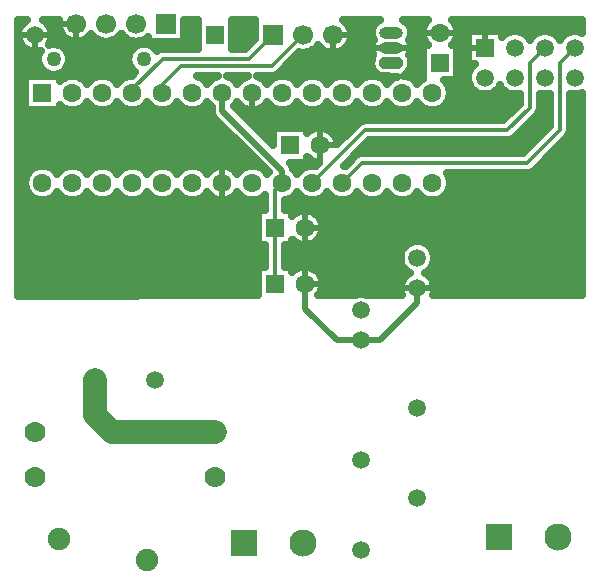
<source format=gbr>
G04 DipTrace 3.0.0.2*
G04 Top.gbr*
%MOMM*%
G04 #@! TF.FileFunction,Copper,L1,Top*
G04 #@! TF.Part,Single*
%AMOUTLINE0*
4,1,8,
0.75,-0.5,
1.0,-0.25,
1.0,0.25,
0.75,0.5,
-0.75,0.5,
-1.0,0.25,
-1.0,-0.25,
-0.75,-0.5,
0.75,-0.5,
0*%
G04 #@! TA.AperFunction,CopperBalancing*
%ADD13C,0.5*%
G04 #@! TA.AperFunction,Conductor*
%ADD14C,0.33*%
%ADD16C,2.0*%
G04 #@! TA.AperFunction,CopperBalancing*
%ADD17C,0.635*%
G04 #@! TA.AperFunction,ComponentPad*
%ADD18R,1.6X1.6*%
%ADD19C,1.6*%
%ADD20R,1.5X1.5*%
%ADD21C,1.5*%
%ADD22C,2.3*%
%ADD23R,2.3X2.3*%
%ADD24R,1.7X1.7*%
%ADD25C,1.7*%
%ADD26C,1.27*%
%ADD27C,1.27*%
%ADD28C,1.778*%
%ADD29C,1.778*%
%ADD30O,2.0X1.0*%
%ADD31C,1.9*%
%ADD67OUTLINE0*%
%FSLAX35Y35*%
G04*
G71*
G90*
G75*
G01*
G04 Top*
%LPD*%
X4016642Y3142773D2*
D13*
X3810315D1*
X3541058Y3412030D1*
Y3621850D1*
X4016642Y3142773D2*
X4175982D1*
X4493208Y3460000D1*
Y3587000D1*
X3524595Y5730153D2*
D14*
X3257792Y5463350D1*
X2493308D1*
X2334558Y5304600D1*
Y5238350D1*
X2334208Y5238000D1*
X2080208D2*
Y5269940D1*
X2337118Y5526850D1*
X3067292D1*
X3270595Y5730153D1*
X2778682Y2365007D2*
D16*
X1905488D1*
X1762522Y2507973D1*
Y2809153D1*
X5827058Y5622100D2*
D14*
X5700058Y5495100D1*
Y4923600D1*
X5421858Y4645400D1*
X4027608D1*
X3858208Y4476000D1*
X3604208D2*
X4051808Y4923600D1*
X5255558D1*
X5446058Y5114100D1*
Y5495100D1*
X5573058Y5622100D1*
X3350208Y4476000D2*
X3287058Y4412850D1*
Y3971100D1*
Y3621850D1*
X3350208Y4476000D2*
D13*
Y4579923D1*
X2842208Y5087923D1*
Y5238000D1*
X3287058Y4098100D2*
D14*
Y3971100D1*
X1387995Y5793957D2*
D17*
X1448469D1*
X2524422D2*
X2629916D1*
X2927126D2*
X3111995D1*
X3923282D2*
X4106539D1*
X4435995D2*
X4537396D1*
X4830761D2*
X5883919D1*
X1403126Y5730790D2*
X1478110D1*
X2524422D2*
X2629916D1*
X2927126D2*
X3111995D1*
X3937173D2*
X4099098D1*
X4443560D2*
X4531567D1*
X4836590D2*
X4916412D1*
X5417268D2*
X5474889D1*
X5671268D2*
X5728889D1*
X1388739Y5667623D2*
X2629916D1*
X2927126D2*
X3083222D1*
X3923778D2*
X4106911D1*
X4435747D2*
X4555008D1*
X4813150D2*
X4916412D1*
X1118182Y5604457D2*
X1181446D1*
X1522684D2*
X2066105D1*
X3616944D2*
X3686223D1*
X3870944D2*
X4098973D1*
X4443560D2*
X4530451D1*
X4837707D2*
X4916412D1*
X1118182Y5541290D2*
X1277440D1*
X1549349D2*
X2039440D1*
X3460550D2*
X4101082D1*
X4441452D2*
X4530451D1*
X4837707D2*
X4916412D1*
X1118182Y5478123D2*
X1284510D1*
X1542280D2*
X2046510D1*
X3397423D2*
X4097733D1*
X4444924D2*
X4530451D1*
X4837707D2*
X4968502D1*
X1118182Y5414957D2*
X1334491D1*
X1492298D2*
X2096491D1*
X3334171D2*
X4125018D1*
X4417639D2*
X4530451D1*
X4837707D2*
X4924349D1*
X1118182Y5351790D2*
X1164579D1*
X1672132D2*
X1726281D1*
X1926132D2*
X1980281D1*
X2688132D2*
X2742281D1*
X2942132D2*
X2996281D1*
X3196132D2*
X3250281D1*
X3450132D2*
X3504281D1*
X3704132D2*
X3758281D1*
X3958132D2*
X4012281D1*
X4212132D2*
X4266281D1*
X4466132D2*
X4520281D1*
X4837707D2*
X4917404D1*
X1118182Y5288623D2*
X1164579D1*
X4764905D2*
X4940721D1*
X1118182Y5225457D2*
X1164579D1*
X4773339D2*
X5355951D1*
X5536207D2*
X5609951D1*
X5790207D2*
X5883919D1*
X1118182Y5162290D2*
X1164579D1*
X4752875D2*
X5355951D1*
X5536207D2*
X5609951D1*
X5790207D2*
X5883919D1*
X1118182Y5099123D2*
X1164579D1*
X1471835D2*
X1516731D1*
X1627608D2*
X1770806D1*
X1881608D2*
X2024806D1*
X2135608D2*
X2278806D1*
X2389608D2*
X2532806D1*
X2643608D2*
X2743645D1*
X2967805D2*
X3040806D1*
X3151608D2*
X3294806D1*
X3405608D2*
X3548806D1*
X3659608D2*
X3802806D1*
X3913608D2*
X4056806D1*
X4167608D2*
X4310806D1*
X4421608D2*
X4564806D1*
X4675608D2*
X5306342D1*
X5534842D2*
X5609951D1*
X5790207D2*
X5883919D1*
X1118182Y5035957D2*
X2759644D1*
X3031057D2*
X5243090D1*
X5492674D2*
X5609951D1*
X5790207D2*
X5884043D1*
X1118182Y4972790D2*
X2820540D1*
X3094185D2*
X3976190D1*
X5429547D2*
X5609951D1*
X5790207D2*
X5884043D1*
X1118182Y4909623D2*
X2883668D1*
X3157313D2*
X3260451D1*
X3768873D2*
X3913062D1*
X5366419D2*
X5561334D1*
X5788966D2*
X5884043D1*
X1118182Y4846457D2*
X2946796D1*
X3220441D2*
X3260381D1*
X3813025D2*
X3849810D1*
X5294485D2*
X5498082D1*
X5747667D2*
X5884043D1*
X1118182Y4783290D2*
X3010048D1*
X4036267D2*
X5434954D1*
X5684539D2*
X5884043D1*
X1118182Y4720123D2*
X3073176D1*
X5621411D2*
X5884043D1*
X1118182Y4656957D2*
X3136304D1*
X3567707D2*
X3614910D1*
X5558159D2*
X5884043D1*
X1118182Y4593790D2*
X1223490D1*
X1413048D2*
X1477490D1*
X1667048D2*
X1731490D1*
X1921048D2*
X1985490D1*
X2175048D2*
X2239490D1*
X2429048D2*
X2493490D1*
X2683048D2*
X2747490D1*
X2937048D2*
X3001490D1*
X3447776D2*
X3509490D1*
X5495031D2*
X5884043D1*
X1118182Y4530623D2*
X1175121D1*
X4763293D2*
X5884043D1*
X1118182Y4467457D2*
X1164827D1*
X4773587D2*
X5884043D1*
X1118182Y4404290D2*
X1183182D1*
X4755231D2*
X5884043D1*
X1118182Y4341123D2*
X1252636D1*
X1383778D2*
X1506636D1*
X1637778D2*
X1760636D1*
X1891778D2*
X2014636D1*
X2145778D2*
X2268636D1*
X2399778D2*
X2522636D1*
X2653778D2*
X2776636D1*
X2907778D2*
X3030636D1*
X3161778D2*
X3197028D1*
X3415778D2*
X3538636D1*
X3669778D2*
X3792636D1*
X3923778D2*
X4046636D1*
X4177778D2*
X4300636D1*
X4431778D2*
X4554636D1*
X4685778D2*
X5884043D1*
X1118182Y4277957D2*
X3196951D1*
X3377207D2*
X5884043D1*
X1118182Y4214790D2*
X3133451D1*
X3637284D2*
X5884043D1*
X1118182Y4151623D2*
X3133451D1*
X3684661D2*
X5884167D1*
X1118182Y4088457D2*
X3133451D1*
X3694335D2*
X5884167D1*
X1118182Y4025290D2*
X3133451D1*
X3675483D2*
X5884167D1*
X1118182Y3962123D2*
X3133451D1*
X3440707D2*
X3478129D1*
X3604046D2*
X4412133D1*
X4574281D2*
X5884167D1*
X1118182Y3898957D2*
X3196951D1*
X3377207D2*
X4356942D1*
X4629471D2*
X5884167D1*
X1118182Y3835790D2*
X3196951D1*
X3377207D2*
X4344664D1*
X4641750D2*
X5884167D1*
X1118182Y3772623D2*
X3196951D1*
X3377207D2*
X4362027D1*
X4624386D2*
X5884167D1*
X1118182Y3709457D2*
X3133451D1*
X3665809D2*
X4414365D1*
X4572048D2*
X5884167D1*
X1118182Y3646290D2*
X3133451D1*
X3692598D2*
X4357562D1*
X4628851D2*
X5884167D1*
X1118182Y3583123D2*
X3133451D1*
X3689498D2*
X4344664D1*
X4641750D2*
X5884167D1*
X3171518Y3769140D2*
X3203393D1*
X3203268Y3950884D1*
X3139769Y3950810D1*
Y4245390D1*
X3203393D1*
X3203268Y4374796D1*
X3182783Y4356840D1*
X3163077Y4344764D1*
X3141724Y4335919D1*
X3119250Y4330523D1*
X3096208Y4328710D1*
X3073167Y4330523D1*
X3050693Y4335919D1*
X3029340Y4344764D1*
X3009634Y4356840D1*
X2992059Y4371850D1*
X2977048Y4389425D1*
X2969277Y4401446D1*
X2955824Y4382268D1*
X2942786Y4368397D1*
X2928068Y4356323D1*
X2911915Y4346249D1*
X2894598Y4338342D1*
X2876406Y4332735D1*
X2857643Y4329521D1*
X2838621Y4328754D1*
X2819660Y4330446D1*
X2801075Y4334570D1*
X2783178Y4341057D1*
X2766266Y4349797D1*
X2750623Y4360646D1*
X2736510Y4373422D1*
X2724163Y4387911D1*
X2715238Y4401416D1*
X2700209Y4380343D1*
X2683866Y4364000D1*
X2665167Y4350415D1*
X2644574Y4339922D1*
X2622593Y4332780D1*
X2599765Y4329164D1*
X2576652D1*
X2553824Y4332780D1*
X2531843Y4339922D1*
X2511250Y4350415D1*
X2492551Y4364000D1*
X2476208Y4380343D1*
X2461277Y4401446D1*
X2446209Y4380343D1*
X2429866Y4364000D1*
X2411167Y4350415D1*
X2390574Y4339922D1*
X2368593Y4332780D1*
X2345765Y4329164D1*
X2322652D1*
X2299824Y4332780D1*
X2277843Y4339922D1*
X2257250Y4350415D1*
X2238551Y4364000D1*
X2222208Y4380343D1*
X2207277Y4401446D1*
X2192209Y4380343D1*
X2175866Y4364000D1*
X2157167Y4350415D1*
X2136574Y4339922D1*
X2114593Y4332780D1*
X2091765Y4329164D1*
X2068652D1*
X2045824Y4332780D1*
X2023843Y4339922D1*
X2003250Y4350415D1*
X1984551Y4364000D1*
X1968208Y4380343D1*
X1953277Y4401446D1*
X1938209Y4380343D1*
X1921866Y4364000D1*
X1903167Y4350415D1*
X1882574Y4339922D1*
X1860593Y4332780D1*
X1837765Y4329164D1*
X1814652D1*
X1791824Y4332780D1*
X1769843Y4339922D1*
X1749250Y4350415D1*
X1730551Y4364000D1*
X1714208Y4380343D1*
X1699277Y4401446D1*
X1684209Y4380343D1*
X1667866Y4364000D1*
X1649167Y4350415D1*
X1628574Y4339922D1*
X1606593Y4332780D1*
X1583765Y4329164D1*
X1560652D1*
X1537824Y4332780D1*
X1515843Y4339922D1*
X1495250Y4350415D1*
X1476551Y4364000D1*
X1460208Y4380343D1*
X1445277Y4401446D1*
X1430209Y4380343D1*
X1413866Y4364000D1*
X1395167Y4350415D1*
X1374574Y4339922D1*
X1352593Y4332780D1*
X1329765Y4329164D1*
X1306652D1*
X1283824Y4332780D1*
X1261843Y4339922D1*
X1241250Y4350415D1*
X1222551Y4364000D1*
X1206208Y4380343D1*
X1192623Y4399041D1*
X1182130Y4419635D1*
X1174988Y4441616D1*
X1171372Y4464444D1*
Y4487556D1*
X1174988Y4510384D1*
X1182130Y4532365D1*
X1192623Y4552959D1*
X1206208Y4571657D1*
X1222551Y4588000D1*
X1241250Y4601585D1*
X1261843Y4612078D1*
X1283824Y4619220D1*
X1306652Y4622836D1*
X1329765D1*
X1352593Y4619220D1*
X1374574Y4612078D1*
X1395167Y4601585D1*
X1413866Y4588000D1*
X1430209Y4571657D1*
X1445140Y4550554D1*
X1460208Y4571657D1*
X1476551Y4588000D1*
X1495250Y4601585D1*
X1515843Y4612078D1*
X1537824Y4619220D1*
X1560652Y4622836D1*
X1583765D1*
X1606593Y4619220D1*
X1628574Y4612078D1*
X1649167Y4601585D1*
X1667866Y4588000D1*
X1684209Y4571657D1*
X1699140Y4550554D1*
X1714208Y4571657D1*
X1730551Y4588000D1*
X1749250Y4601585D1*
X1769843Y4612078D1*
X1791824Y4619220D1*
X1814652Y4622836D1*
X1837765D1*
X1860593Y4619220D1*
X1882574Y4612078D1*
X1903167Y4601585D1*
X1921866Y4588000D1*
X1938209Y4571657D1*
X1953140Y4550554D1*
X1968208Y4571657D1*
X1984551Y4588000D1*
X2003250Y4601585D1*
X2023843Y4612078D1*
X2045824Y4619220D1*
X2068652Y4622836D1*
X2091765D1*
X2114593Y4619220D1*
X2136574Y4612078D1*
X2157167Y4601585D1*
X2175866Y4588000D1*
X2192209Y4571657D1*
X2207140Y4550554D1*
X2222208Y4571657D1*
X2238551Y4588000D1*
X2257250Y4601585D1*
X2277843Y4612078D1*
X2299824Y4619220D1*
X2322652Y4622836D1*
X2345765D1*
X2368593Y4619220D1*
X2390574Y4612078D1*
X2411167Y4601585D1*
X2429866Y4588000D1*
X2446209Y4571657D1*
X2461140Y4550554D1*
X2476208Y4571657D1*
X2492551Y4588000D1*
X2511250Y4601585D1*
X2531843Y4612078D1*
X2553824Y4619220D1*
X2576652Y4622836D1*
X2599765D1*
X2622593Y4619220D1*
X2644574Y4612078D1*
X2665167Y4601585D1*
X2683866Y4588000D1*
X2700209Y4571657D1*
X2715140Y4550554D1*
X2729119Y4570367D1*
X2742235Y4584165D1*
X2757021Y4596156D1*
X2773229Y4606139D1*
X2790590Y4613949D1*
X2808814Y4619454D1*
X2827595Y4622563D1*
X2846620Y4623224D1*
X2865572Y4621425D1*
X2884133Y4617197D1*
X2901994Y4610611D1*
X2918856Y4601776D1*
X2934438Y4590839D1*
X2948479Y4577985D1*
X2960745Y4563426D1*
X2969195Y4550558D1*
X2984208Y4571657D1*
X3000551Y4588000D1*
X3019250Y4601585D1*
X3039843Y4612078D1*
X3061824Y4619220D1*
X3084652Y4622836D1*
X3107765D1*
X3130593Y4619220D1*
X3152574Y4612078D1*
X3173167Y4601585D1*
X3191866Y4588000D1*
X3208209Y4571657D1*
X3223140Y4550554D1*
X3233705Y4565945D1*
X2772031Y5027986D1*
X2763518Y5039702D1*
X2756944Y5052605D1*
X2752468Y5066379D1*
X2750203Y5080682D1*
X2749918Y5123270D1*
X2738059Y5133850D1*
X2723048Y5151425D1*
X2715277Y5163446D1*
X2700209Y5142343D1*
X2683866Y5126000D1*
X2665167Y5112415D1*
X2644574Y5101922D1*
X2622593Y5094780D1*
X2599765Y5091164D1*
X2576652D1*
X2553824Y5094780D1*
X2531843Y5101922D1*
X2511250Y5112415D1*
X2492551Y5126000D1*
X2476208Y5142343D1*
X2461277Y5163446D1*
X2446209Y5142343D1*
X2429866Y5126000D1*
X2411167Y5112415D1*
X2390574Y5101922D1*
X2368593Y5094780D1*
X2345765Y5091164D1*
X2322652D1*
X2299824Y5094780D1*
X2277843Y5101922D1*
X2257250Y5112415D1*
X2238551Y5126000D1*
X2222208Y5142343D1*
X2207277Y5163446D1*
X2192209Y5142343D1*
X2175866Y5126000D1*
X2157167Y5112415D1*
X2136574Y5101922D1*
X2114593Y5094780D1*
X2091765Y5091164D1*
X2068652D1*
X2045824Y5094780D1*
X2023843Y5101922D1*
X2003250Y5112415D1*
X1984551Y5126000D1*
X1968208Y5142343D1*
X1953277Y5163446D1*
X1938209Y5142343D1*
X1921866Y5126000D1*
X1903167Y5112415D1*
X1882574Y5101922D1*
X1860593Y5094780D1*
X1837765Y5091164D1*
X1814652D1*
X1791824Y5094780D1*
X1769843Y5101922D1*
X1749250Y5112415D1*
X1730551Y5126000D1*
X1714208Y5142343D1*
X1699277Y5163446D1*
X1684209Y5142343D1*
X1667866Y5126000D1*
X1649167Y5112415D1*
X1628574Y5101922D1*
X1606593Y5094780D1*
X1583765Y5091164D1*
X1560652D1*
X1537824Y5094780D1*
X1515843Y5101922D1*
X1495250Y5112415D1*
X1476551Y5126000D1*
X1465513Y5136604D1*
X1465499Y5090710D1*
X1170919D1*
Y5385290D1*
X1465499D1*
Y5339525D1*
X1485634Y5357160D1*
X1505340Y5369236D1*
X1526693Y5378081D1*
X1549167Y5383477D1*
X1572208Y5385290D1*
X1595250Y5383477D1*
X1617724Y5378081D1*
X1639077Y5369236D1*
X1658783Y5357160D1*
X1676358Y5342150D1*
X1691369Y5324575D1*
X1699140Y5312554D1*
X1714208Y5333657D1*
X1730551Y5350000D1*
X1749250Y5363585D1*
X1769843Y5374078D1*
X1791824Y5381220D1*
X1814652Y5384836D1*
X1837765D1*
X1860593Y5381220D1*
X1882574Y5374078D1*
X1903167Y5363585D1*
X1921866Y5350000D1*
X1938209Y5333657D1*
X1953140Y5312554D1*
X1968208Y5333657D1*
X1984551Y5350000D1*
X2003250Y5363585D1*
X2023843Y5374078D1*
X2045824Y5381220D1*
X2068652Y5384836D1*
X2077003Y5385164D1*
X2105237Y5413466D1*
X2090474Y5424347D1*
X2075962Y5438859D1*
X2063898Y5455462D1*
X2054581Y5473749D1*
X2048239Y5493268D1*
X2045028Y5513538D1*
Y5534062D1*
X2048239Y5554332D1*
X2054581Y5573851D1*
X2063898Y5592138D1*
X2075962Y5608741D1*
X2090474Y5623253D1*
X2107078Y5635317D1*
X2125364Y5644634D1*
X2144883Y5650976D1*
X2165153Y5654187D1*
X2185677D1*
X2205947Y5650976D1*
X2225466Y5644634D1*
X2243753Y5635317D1*
X2260356Y5623253D1*
X2274869Y5608741D1*
X2286152Y5593305D1*
X2299079Y5601508D1*
X2317558Y5608325D1*
X2337118Y5610640D1*
X2337966Y5610607D1*
X2636139Y5610640D1*
X2636232Y5857273D1*
X2518135Y5857123D1*
X2518105Y5673103D1*
X2213525D1*
Y5712170D1*
X2201329Y5702188D1*
X2180953Y5689702D1*
X2158875Y5680557D1*
X2135639Y5674978D1*
X2111815Y5673103D1*
X2087992Y5674978D1*
X2064755Y5680557D1*
X2042677Y5689702D1*
X2022301Y5702188D1*
X2004130Y5717708D1*
X1988610Y5735880D1*
X1984899Y5741433D1*
X1973617Y5726489D1*
X1956720Y5709591D1*
X1937386Y5695545D1*
X1916094Y5684696D1*
X1893367Y5677311D1*
X1869764Y5673573D1*
X1845867D1*
X1822264Y5677311D1*
X1799536Y5684696D1*
X1778244Y5695545D1*
X1758911Y5709591D1*
X1742013Y5726489D1*
X1730899Y5741433D1*
X1715188Y5721526D1*
X1701359Y5708442D1*
X1686005Y5697186D1*
X1669367Y5687934D1*
X1651705Y5680829D1*
X1633294Y5675984D1*
X1614423Y5673473D1*
X1595386Y5673337D1*
X1576481Y5675577D1*
X1558002Y5680158D1*
X1540240Y5687008D1*
X1523471Y5696021D1*
X1507958Y5707056D1*
X1493943Y5719940D1*
X1481645Y5734472D1*
X1471255Y5750425D1*
X1462938Y5767550D1*
X1456822Y5785578D1*
X1453003Y5804229D1*
X1451541Y5823210D1*
X1452458Y5842226D1*
X1454910Y5857174D1*
X1318829Y5857123D1*
X1339824Y5844039D1*
X1354262Y5831634D1*
X1366916Y5817412D1*
X1377557Y5801629D1*
X1385997Y5784566D1*
X1392083Y5766529D1*
X1395708Y5747842D1*
X1396670Y5723805D1*
X1394551Y5704888D1*
X1389925Y5686423D1*
X1382876Y5668740D1*
X1373530Y5652157D1*
X1370143Y5647232D1*
X1392955Y5652980D1*
X1413415Y5654590D1*
X1433875Y5652980D1*
X1453831Y5648189D1*
X1472793Y5640335D1*
X1490292Y5629611D1*
X1505898Y5616282D1*
X1519226Y5600676D1*
X1529950Y5583177D1*
X1537804Y5564216D1*
X1542595Y5544260D1*
X1544205Y5523800D1*
X1542595Y5503340D1*
X1537804Y5483384D1*
X1529950Y5464423D1*
X1519226Y5446924D1*
X1505898Y5431318D1*
X1490292Y5417989D1*
X1472793Y5407265D1*
X1453831Y5399411D1*
X1433875Y5394620D1*
X1413415Y5393010D1*
X1392955Y5394620D1*
X1372999Y5399411D1*
X1354038Y5407265D1*
X1336539Y5417989D1*
X1320933Y5431318D1*
X1307604Y5446924D1*
X1296880Y5464423D1*
X1289026Y5483384D1*
X1284235Y5503340D1*
X1282625Y5523800D1*
X1284235Y5544260D1*
X1289026Y5564216D1*
X1296880Y5583177D1*
X1305308Y5597241D1*
X1287235Y5591675D1*
X1268458Y5588547D1*
X1249431Y5587954D1*
X1230496Y5589906D1*
X1211991Y5594368D1*
X1194246Y5601261D1*
X1177581Y5610460D1*
X1162293Y5621801D1*
X1148655Y5635082D1*
X1136912Y5650064D1*
X1127274Y5666479D1*
X1119913Y5684034D1*
X1114962Y5702415D1*
X1112508Y5721292D1*
X1112596Y5740327D1*
X1115224Y5759181D1*
X1120345Y5777515D1*
X1127868Y5795001D1*
X1137657Y5811327D1*
X1149538Y5826200D1*
X1163298Y5839354D1*
X1178691Y5850553D1*
X1190372Y5857146D1*
X1111832Y5857123D1*
X1111811Y3523520D1*
X3139718Y3524819D1*
X3139768Y3769140D1*
X3171518D1*
X3370824D2*
X3434348D1*
Y3723375D1*
X3450771Y3738222D1*
X3466535Y3748895D1*
X3483543Y3757446D1*
X3501512Y3763732D1*
X3520142Y3767647D1*
X3539121Y3769127D1*
X3558132Y3768147D1*
X3576858Y3764723D1*
X3594987Y3758912D1*
X3612214Y3750812D1*
X3628253Y3740558D1*
X3642835Y3728320D1*
X3655717Y3714304D1*
X3666684Y3698744D1*
X3675552Y3681899D1*
X3682173Y3664051D1*
X3686438Y3645498D1*
X3688348Y3621850D1*
X3687118Y3602853D1*
X3683448Y3584173D1*
X3677399Y3566123D1*
X3669073Y3549004D1*
X3658609Y3533101D1*
X3652100Y3525130D1*
X3955792Y3525341D1*
X3972672Y3532099D1*
X3994383Y3537312D1*
X4016642Y3539063D1*
X4038901Y3537312D1*
X4060612Y3532099D1*
X4077237Y3525400D1*
X4364822Y3525603D1*
X4356676Y3546932D1*
X4352550Y3565515D1*
X4350941Y3584483D1*
X4351878Y3603496D1*
X4355344Y3622213D1*
X4361278Y3640300D1*
X4369574Y3657434D1*
X4380082Y3673306D1*
X4392614Y3687634D1*
X4406947Y3700161D1*
X4422824Y3710663D1*
X4428610Y3714219D1*
X4409572Y3725885D1*
X4392594Y3740386D1*
X4378093Y3757364D1*
X4366427Y3776402D1*
X4357883Y3797030D1*
X4352670Y3818741D1*
X4350918Y3841000D1*
X4352670Y3863259D1*
X4357883Y3884970D1*
X4366427Y3905598D1*
X4378093Y3924636D1*
X4392594Y3941614D1*
X4409572Y3956115D1*
X4428610Y3967781D1*
X4449238Y3976326D1*
X4470949Y3981538D1*
X4493208Y3983290D1*
X4515468Y3981538D1*
X4537178Y3976326D1*
X4557807Y3967781D1*
X4576844Y3956115D1*
X4593823Y3941614D1*
X4608323Y3924636D1*
X4619990Y3905598D1*
X4628534Y3884970D1*
X4633747Y3863259D1*
X4635498Y3841000D1*
X4633747Y3818741D1*
X4628534Y3797030D1*
X4619990Y3776402D1*
X4608323Y3757364D1*
X4593823Y3740386D1*
X4576844Y3725885D1*
X4557371Y3714018D1*
X4573345Y3704578D1*
X4588323Y3692829D1*
X4601598Y3679186D1*
X4612933Y3663893D1*
X4622125Y3647224D1*
X4629010Y3629477D1*
X4633465Y3610970D1*
X4635498Y3587000D1*
X4634225Y3568007D1*
X4630428Y3549354D1*
X4624175Y3531374D1*
X4621634Y3525745D1*
X5890554Y3526595D1*
X5890303Y5240723D1*
X5871028Y5232774D1*
X5849318Y5227562D1*
X5827058Y5225810D1*
X5804799Y5227562D1*
X5783802Y5232573D1*
X5783590Y4917026D1*
X5779748Y4897707D1*
X5771501Y4879820D1*
X5759307Y4864351D1*
X5758684Y4863776D1*
X5476276Y4581685D1*
X5459898Y4570742D1*
X5441419Y4563925D1*
X5421858Y4561610D1*
X5421011Y4561643D1*
X4740102Y4561610D1*
X4751445Y4542868D1*
X4760290Y4521515D1*
X4765685Y4499041D1*
X4767498Y4476000D1*
X4765685Y4452959D1*
X4760290Y4430485D1*
X4751445Y4409132D1*
X4739369Y4389425D1*
X4724358Y4371850D1*
X4706783Y4356840D1*
X4687077Y4344764D1*
X4665724Y4335919D1*
X4643250Y4330523D1*
X4620208Y4328710D1*
X4597167Y4330523D1*
X4574693Y4335919D1*
X4553340Y4344764D1*
X4533634Y4356840D1*
X4516059Y4371850D1*
X4501048Y4389425D1*
X4493277Y4401446D1*
X4478209Y4380343D1*
X4461866Y4364000D1*
X4443167Y4350415D1*
X4422574Y4339922D1*
X4400593Y4332780D1*
X4377765Y4329164D1*
X4354652D1*
X4331824Y4332780D1*
X4309843Y4339922D1*
X4289250Y4350415D1*
X4270551Y4364000D1*
X4254208Y4380343D1*
X4239277Y4401446D1*
X4224209Y4380343D1*
X4207866Y4364000D1*
X4189167Y4350415D1*
X4168574Y4339922D1*
X4146593Y4332780D1*
X4123765Y4329164D1*
X4100652D1*
X4077824Y4332780D1*
X4055843Y4339922D1*
X4035250Y4350415D1*
X4016551Y4364000D1*
X4000208Y4380343D1*
X3985277Y4401446D1*
X3970209Y4380343D1*
X3953866Y4364000D1*
X3935167Y4350415D1*
X3914574Y4339922D1*
X3892593Y4332780D1*
X3869765Y4329164D1*
X3846652D1*
X3823824Y4332780D1*
X3801843Y4339922D1*
X3781250Y4350415D1*
X3762551Y4364000D1*
X3746208Y4380343D1*
X3731277Y4401446D1*
X3716209Y4380343D1*
X3699866Y4364000D1*
X3681167Y4350415D1*
X3660574Y4339922D1*
X3638593Y4332780D1*
X3615765Y4329164D1*
X3592652D1*
X3569824Y4332780D1*
X3547843Y4339922D1*
X3527250Y4350415D1*
X3508551Y4364000D1*
X3492208Y4380343D1*
X3477277Y4401446D1*
X3462209Y4380343D1*
X3445866Y4364000D1*
X3427167Y4350415D1*
X3406574Y4339922D1*
X3384593Y4332780D1*
X3370782Y4330231D1*
X3370849Y4245294D1*
X3434349Y4245390D1*
Y4199625D1*
X3450771Y4214472D1*
X3466535Y4225145D1*
X3483543Y4233696D1*
X3501512Y4239982D1*
X3520142Y4243897D1*
X3539121Y4245377D1*
X3558132Y4244397D1*
X3576858Y4240973D1*
X3594987Y4235162D1*
X3612214Y4227062D1*
X3628253Y4216808D1*
X3642835Y4204570D1*
X3655717Y4190554D1*
X3666684Y4174994D1*
X3675552Y4158149D1*
X3682173Y4140301D1*
X3686438Y4121748D1*
X3688348Y4098100D1*
X3687118Y4079103D1*
X3683448Y4060423D1*
X3677399Y4042373D1*
X3669073Y4025254D1*
X3658609Y4009351D1*
X3646180Y3994932D1*
X3631996Y3982235D1*
X3616293Y3971474D1*
X3599332Y3962828D1*
X3581399Y3956442D1*
X3562791Y3952422D1*
X3543821Y3950836D1*
X3524804Y3951710D1*
X3506059Y3955029D1*
X3487899Y3960738D1*
X3470626Y3968741D1*
X3454530Y3978906D1*
X3439880Y3991062D1*
X3434364Y3996594D1*
X3434349Y3950810D1*
X3370725D1*
X3370848Y3769066D1*
X3659343Y4649589D2*
X3639258Y4652153D1*
X3620868Y4657074D1*
X3603267Y4664326D1*
X3586748Y4673788D1*
X3571587Y4685300D1*
X3561364Y4695094D1*
X3561349Y4649310D1*
X3411404D1*
X3424873Y4634170D1*
X3432439Y4621822D1*
X3437981Y4608443D1*
X3441479Y4593377D1*
X3462209Y4571657D1*
X3477140Y4550554D1*
X3492208Y4571657D1*
X3508551Y4588000D1*
X3527250Y4601585D1*
X3547843Y4612078D1*
X3569824Y4619220D1*
X3592652Y4622836D1*
X3615765D1*
X3630573Y4620816D1*
X3659230Y4649519D1*
X3561346Y4898072D2*
X3577771Y4912972D1*
X3593535Y4923645D1*
X3610543Y4932196D1*
X3628512Y4938482D1*
X3647142Y4942397D1*
X3666121Y4943877D1*
X3685132Y4942897D1*
X3703858Y4939473D1*
X3721987Y4933662D1*
X3739214Y4925562D1*
X3755253Y4915308D1*
X3769835Y4903070D1*
X3782717Y4889054D1*
X3793684Y4873494D1*
X3802552Y4856649D1*
X3809173Y4838801D1*
X3813438Y4820248D1*
X3815060Y4805287D1*
X3997391Y4987315D1*
X4013768Y4998258D1*
X4032248Y5005075D1*
X4051808Y5007390D1*
X4052656Y5007357D1*
X5220977Y5007390D1*
X5362322Y5148861D1*
X5362268Y5232542D1*
X5341318Y5227562D1*
X5319058Y5225810D1*
X5296799Y5227562D1*
X5275088Y5232774D1*
X5254460Y5241319D1*
X5235422Y5252985D1*
X5218444Y5267486D1*
X5203943Y5284464D1*
X5192076Y5303938D1*
X5180173Y5284464D1*
X5165673Y5267486D1*
X5148694Y5252985D1*
X5129657Y5241319D1*
X5109028Y5232774D1*
X5087318Y5227562D1*
X5065058Y5225810D1*
X5042799Y5227562D1*
X5021088Y5232774D1*
X5000460Y5241319D1*
X4981422Y5252985D1*
X4964444Y5267486D1*
X4949943Y5284464D1*
X4938277Y5303502D1*
X4929733Y5324130D1*
X4924520Y5345841D1*
X4922768Y5368100D1*
X4924520Y5390359D1*
X4929733Y5412070D1*
X4938277Y5432698D1*
X4949943Y5451736D1*
X4964444Y5468714D1*
X4977070Y5479784D1*
X4922769Y5479810D1*
Y5764390D1*
X5207349D1*
Y5710241D1*
X5218444Y5722714D1*
X5235422Y5737215D1*
X5254460Y5748881D1*
X5275088Y5757426D1*
X5296799Y5762638D1*
X5319058Y5764390D1*
X5341318Y5762638D1*
X5363028Y5757426D1*
X5383657Y5748881D1*
X5402694Y5737215D1*
X5419673Y5722714D1*
X5434173Y5705736D1*
X5446041Y5686262D1*
X5457943Y5705736D1*
X5472444Y5722714D1*
X5489422Y5737215D1*
X5508460Y5748881D1*
X5529088Y5757426D1*
X5550799Y5762638D1*
X5573058Y5764390D1*
X5595318Y5762638D1*
X5617028Y5757426D1*
X5637657Y5748881D1*
X5656694Y5737215D1*
X5673673Y5722714D1*
X5688173Y5705736D1*
X5700041Y5686262D1*
X5711943Y5705736D1*
X5726444Y5722714D1*
X5743422Y5737215D1*
X5762460Y5748881D1*
X5783088Y5757426D1*
X5804799Y5762638D1*
X5827058Y5764390D1*
X5849318Y5762638D1*
X5871028Y5757426D1*
X5890270Y5749521D1*
X5890208Y5857123D1*
X4784291D1*
X4798717Y5841554D1*
X4809684Y5825994D1*
X4818552Y5809149D1*
X4825173Y5791301D1*
X4829438Y5772748D1*
X4831348Y5749100D1*
X4830118Y5730103D1*
X4826448Y5711423D1*
X4820399Y5693373D1*
X4812073Y5676254D1*
X4801609Y5660351D1*
X4785541Y5642380D1*
X4831349Y5642390D1*
Y5347810D1*
X4718363D1*
X4732209Y5333657D1*
X4745794Y5314959D1*
X4756287Y5294365D1*
X4763429Y5272384D1*
X4767044Y5249556D1*
Y5226444D1*
X4763429Y5203616D1*
X4756287Y5181635D1*
X4745794Y5161041D1*
X4732209Y5142343D1*
X4715866Y5126000D1*
X4697167Y5112415D1*
X4676574Y5101922D1*
X4654593Y5094780D1*
X4631765Y5091164D1*
X4608652D1*
X4585824Y5094780D1*
X4563843Y5101922D1*
X4543250Y5112415D1*
X4524551Y5126000D1*
X4508208Y5142343D1*
X4493277Y5163446D1*
X4478209Y5142343D1*
X4461866Y5126000D1*
X4443167Y5112415D1*
X4422574Y5101922D1*
X4400593Y5094780D1*
X4377765Y5091164D1*
X4354652D1*
X4331824Y5094780D1*
X4309843Y5101922D1*
X4289250Y5112415D1*
X4270551Y5126000D1*
X4254208Y5142343D1*
X4239277Y5163446D1*
X4224209Y5142343D1*
X4207866Y5126000D1*
X4189167Y5112415D1*
X4168574Y5101922D1*
X4146593Y5094780D1*
X4123765Y5091164D1*
X4100652D1*
X4077824Y5094780D1*
X4055843Y5101922D1*
X4035250Y5112415D1*
X4016551Y5126000D1*
X4000208Y5142343D1*
X3985277Y5163446D1*
X3970209Y5142343D1*
X3953866Y5126000D1*
X3935167Y5112415D1*
X3914574Y5101922D1*
X3892593Y5094780D1*
X3869765Y5091164D1*
X3846652D1*
X3823824Y5094780D1*
X3801843Y5101922D1*
X3781250Y5112415D1*
X3762551Y5126000D1*
X3746208Y5142343D1*
X3731277Y5163446D1*
X3716209Y5142343D1*
X3699866Y5126000D1*
X3681167Y5112415D1*
X3660574Y5101922D1*
X3638593Y5094780D1*
X3615765Y5091164D1*
X3592652D1*
X3569824Y5094780D1*
X3547843Y5101922D1*
X3527250Y5112415D1*
X3508551Y5126000D1*
X3492208Y5142343D1*
X3477277Y5163446D1*
X3462209Y5142343D1*
X3445866Y5126000D1*
X3427167Y5112415D1*
X3406574Y5101922D1*
X3384593Y5094780D1*
X3361765Y5091164D1*
X3338652D1*
X3315824Y5094780D1*
X3293843Y5101922D1*
X3273250Y5112415D1*
X3254551Y5126000D1*
X3238208Y5142343D1*
X3223277Y5163446D1*
X3209824Y5144268D1*
X3196786Y5130397D1*
X3182068Y5118323D1*
X3165915Y5108249D1*
X3148598Y5100342D1*
X3130406Y5094735D1*
X3111643Y5091521D1*
X3092621Y5090754D1*
X3073660Y5092446D1*
X3055075Y5096570D1*
X3037178Y5103057D1*
X3020266Y5111797D1*
X3004623Y5122646D1*
X2990510Y5135422D1*
X2978163Y5149911D1*
X2969238Y5163416D1*
X2954209Y5142343D1*
X2936056Y5124573D1*
X3266765Y4793884D1*
X3266769Y4943890D1*
X3561349D1*
Y4898125D1*
X4568519Y5642390D2*
X4582533D1*
X4566013Y5661011D1*
X4555638Y5676972D1*
X4547407Y5694138D1*
X4541460Y5712221D1*
X4537895Y5730921D1*
X4536771Y5749925D1*
X4538107Y5768915D1*
X4541882Y5787573D1*
X4548032Y5805589D1*
X4556454Y5822662D1*
X4567007Y5838505D1*
X4579516Y5852856D1*
X4583960Y5857144D1*
X4367077Y5857123D1*
X4382592Y5849106D1*
X4397482Y5838288D1*
X4410496Y5825274D1*
X4421315Y5810384D1*
X4429670Y5793985D1*
X4435358Y5776481D1*
X4438237Y5758302D1*
Y5739898D1*
X4435358Y5721719D1*
X4429670Y5704215D1*
X4419896Y5685692D1*
X4430144Y5665823D1*
X4435782Y5647648D1*
X4438407Y5628801D1*
X4437912Y5609425D1*
X4434327Y5590736D1*
X4427768Y5572873D1*
X4422789Y5563363D1*
X4431264Y5550649D1*
X4436739Y5535809D1*
X4438599Y5520100D1*
X4437770Y5459573D1*
X4433477Y5444349D1*
X4425747Y5430548D1*
X4418890Y5422519D1*
X4385861Y5390661D1*
X4376389Y5384928D1*
X4400593Y5381220D1*
X4422574Y5374078D1*
X4443167Y5363585D1*
X4461866Y5350000D1*
X4478209Y5333657D1*
X4493140Y5312554D1*
X4508208Y5333657D1*
X4524551Y5350000D1*
X4536751Y5359243D1*
X4536769Y5642390D1*
X4568519D1*
X2920812Y5857188D2*
Y5610679D1*
X3032518Y5610640D1*
X3118279Y5696335D1*
X3118305Y5857040D1*
X2920715Y5857123D1*
X3651511Y5646193D2*
X3640397Y5631249D1*
X3623500Y5614351D1*
X3604166Y5600305D1*
X3582874Y5589456D1*
X3560147Y5582071D1*
X3536544Y5578333D1*
X3512647D1*
X3493946Y5581096D1*
X3312209Y5399636D1*
X3295832Y5388693D1*
X3277352Y5381875D1*
X3257792Y5379560D1*
X3256944Y5379593D1*
X3138133Y5379197D1*
X3155994Y5372611D1*
X3172856Y5363776D1*
X3188438Y5352839D1*
X3202479Y5339985D1*
X3214745Y5325426D1*
X3223195Y5312558D1*
X3238208Y5333657D1*
X3254551Y5350000D1*
X3273250Y5363585D1*
X3293843Y5374078D1*
X3315824Y5381220D1*
X3338652Y5384836D1*
X3361765D1*
X3384593Y5381220D1*
X3406574Y5374078D1*
X3427167Y5363585D1*
X3445866Y5350000D1*
X3462209Y5333657D1*
X3477140Y5312554D1*
X3492208Y5333657D1*
X3508551Y5350000D1*
X3527250Y5363585D1*
X3547843Y5374078D1*
X3569824Y5381220D1*
X3592652Y5384836D1*
X3615765D1*
X3638593Y5381220D1*
X3660574Y5374078D1*
X3681167Y5363585D1*
X3699866Y5350000D1*
X3716209Y5333657D1*
X3731140Y5312554D1*
X3746208Y5333657D1*
X3762551Y5350000D1*
X3781250Y5363585D1*
X3801843Y5374078D1*
X3823824Y5381220D1*
X3846652Y5384836D1*
X3869765D1*
X3892593Y5381220D1*
X3914574Y5374078D1*
X3935167Y5363585D1*
X3953866Y5350000D1*
X3970209Y5333657D1*
X3985140Y5312554D1*
X4000208Y5333657D1*
X4016551Y5350000D1*
X4035250Y5363585D1*
X4055843Y5374078D1*
X4077824Y5381220D1*
X4100652Y5384836D1*
X4123765D1*
X4146593Y5381220D1*
X4168574Y5374078D1*
X4189167Y5363585D1*
X4207866Y5350000D1*
X4224209Y5333657D1*
X4239140Y5312554D1*
X4254208Y5333657D1*
X4270551Y5350000D1*
X4289250Y5363585D1*
X4309843Y5374078D1*
X4320058Y5377847D1*
X4191029Y5378017D1*
X4175515Y5381103D1*
X4161149Y5387726D1*
X4148153Y5398140D1*
X4116869Y5430548D1*
X4109140Y5444349D1*
X4104847Y5459573D1*
X4104018Y5470100D1*
X4104847Y5530627D1*
X4109140Y5545851D1*
X4117521Y5560479D1*
X4116869Y5559652D1*
X4117752Y5567028D1*
X4110209Y5584498D1*
X4105591Y5602959D1*
X4104019Y5621923D1*
X4105534Y5640891D1*
X4110096Y5659365D1*
X4117585Y5676858D1*
X4122712Y5685550D1*
X4112947Y5704215D1*
X4107259Y5721719D1*
X4104380Y5739898D1*
Y5758302D1*
X4107259Y5776481D1*
X4112947Y5793985D1*
X4121302Y5810384D1*
X4132120Y5825274D1*
X4145135Y5838288D1*
X4160025Y5849106D1*
X4175737Y5857146D1*
X3862797Y5857123D1*
X3882389Y5841594D1*
X3895482Y5827773D1*
X3906748Y5812427D1*
X3916012Y5795796D1*
X3923128Y5778138D1*
X3927985Y5759730D1*
X3930508Y5740861D1*
X3930356Y5717468D1*
X3927587Y5698633D1*
X3922491Y5680290D1*
X3915145Y5662727D1*
X3905666Y5646217D1*
X3894201Y5631019D1*
X3880929Y5617370D1*
X3866058Y5605484D1*
X3849820Y5595546D1*
X3832470Y5587711D1*
X3814277Y5582102D1*
X3795527Y5578807D1*
X3776512Y5577878D1*
X3757529Y5579327D1*
X3738876Y5583134D1*
X3720844Y5589238D1*
X3703714Y5597545D1*
X3687754Y5607923D1*
X3673214Y5620212D1*
X3660321Y5634219D1*
X3651617Y5646129D1*
X5616314Y5232573D2*
X5595318Y5227562D1*
X5573058Y5225810D1*
X5550799Y5227562D1*
X5529802Y5232573D1*
X5529590Y5107526D1*
X5525748Y5088207D1*
X5517501Y5070320D1*
X5505307Y5054851D1*
X5504684Y5054276D1*
X5309976Y4859885D1*
X5293598Y4848942D1*
X5275119Y4842125D1*
X5255558Y4839810D1*
X5254711Y4839843D1*
X4086390Y4839810D1*
X3869765Y4622836D1*
X3884573Y4620816D1*
X3973191Y4709115D1*
X3989568Y4720058D1*
X4008048Y4726875D1*
X4027608Y4729190D1*
X4028456Y4729157D1*
X5387277Y4729190D1*
X5616320Y4958358D1*
X5616268Y5232542D1*
X2628375Y5379589D2*
X2644574Y5374078D1*
X2665167Y5363585D1*
X2683866Y5350000D1*
X2700209Y5333657D1*
X2715140Y5312554D1*
X2730208Y5333657D1*
X2746551Y5350000D1*
X2765250Y5363585D1*
X2785843Y5374078D1*
X2802041Y5379589D1*
X2628869Y5379560D1*
X2882375Y5379589D2*
X2898574Y5374078D1*
X2919167Y5363585D1*
X2937866Y5350000D1*
X2954209Y5333657D1*
X2969140Y5312554D1*
X2983119Y5332367D1*
X2996235Y5346165D1*
X3011021Y5358156D1*
X3027229Y5368139D1*
X3044590Y5375949D1*
X3055688Y5379588D1*
X2882869Y5379560D1*
X3541058Y3769016D2*
D13*
Y3621850D1*
X3688224D1*
X3541058Y4245266D2*
Y3950934D1*
Y4098100D2*
X3688224D1*
X3668058Y4943766D2*
Y4649434D1*
Y4796600D2*
X3815224D1*
X4536892Y5749100D2*
X4831224D1*
X1254522Y5730153D2*
Y5587987D1*
X1112356Y5730153D2*
X1396688D1*
X3778595D2*
Y5577987D1*
Y5730153D2*
X3930761D1*
X1603815Y5825393D2*
Y5673227D1*
X1451649Y5825393D2*
X1603815D1*
X4351042Y3587000D2*
X4635374D1*
X5065058Y5764266D2*
Y5622100D1*
X4922893D2*
X5065058D1*
X3096208Y5238000D2*
Y5090834D1*
X2842208Y4623166D2*
Y4328834D1*
X4104142Y5622100D2*
X4438474D1*
D18*
X3287058Y3621850D3*
D19*
X3541058D3*
Y4098100D3*
D18*
X3287058D3*
D19*
X3668058Y4796600D3*
D18*
X3414058D3*
X4684058Y5495100D3*
D19*
Y5749100D3*
D20*
X2778522Y5730153D3*
D21*
X1762522Y2809153D3*
X2270522D3*
X1254522Y5730153D3*
D22*
X3524568Y1428480D3*
D23*
X3024568D3*
D22*
X5683835Y1475623D3*
D23*
X5183835D3*
D24*
X3270595Y5730153D3*
D25*
X3524595D3*
X3778595D3*
D24*
X2365815Y5825393D3*
D25*
X2111815D3*
X1857815D3*
X1603815D3*
D21*
X4016642Y3396773D3*
Y3142773D3*
Y2126773D3*
Y1364773D3*
X4493208Y3841000D3*
Y3587000D3*
Y2571000D3*
Y1809000D3*
D20*
X5065058Y5622100D3*
D21*
Y5368100D3*
X5319058Y5622100D3*
Y5368100D3*
X5573058Y5622100D3*
Y5368100D3*
X5827058Y5622100D3*
Y5368100D3*
D26*
X1413415Y5523800D3*
D27*
X2175415D3*
D28*
X1254682Y1984047D3*
D29*
X2778682D3*
D28*
X1254682Y2365007D3*
D29*
X2778682D3*
D18*
X1318208Y5238000D3*
D19*
X1572208D3*
X1826208D3*
X2080208D3*
X2334208D3*
X2588208D3*
X2842208D3*
X3096208D3*
X3350208D3*
X3604208D3*
X3858208D3*
X4112208D3*
X4366208D3*
X4620208D3*
Y4476000D3*
X4366208D3*
X4112208D3*
X3858208D3*
X3604208D3*
X3350208D3*
X3096208D3*
X2842208D3*
X2588208D3*
X2334208D3*
X2080208D3*
X1826208D3*
X1572208D3*
X1318208D3*
D67*
X4271308Y5495100D3*
D30*
Y5622100D3*
Y5749100D3*
D31*
X2207082Y1285620D3*
X1457082Y1465620D3*
M02*

</source>
